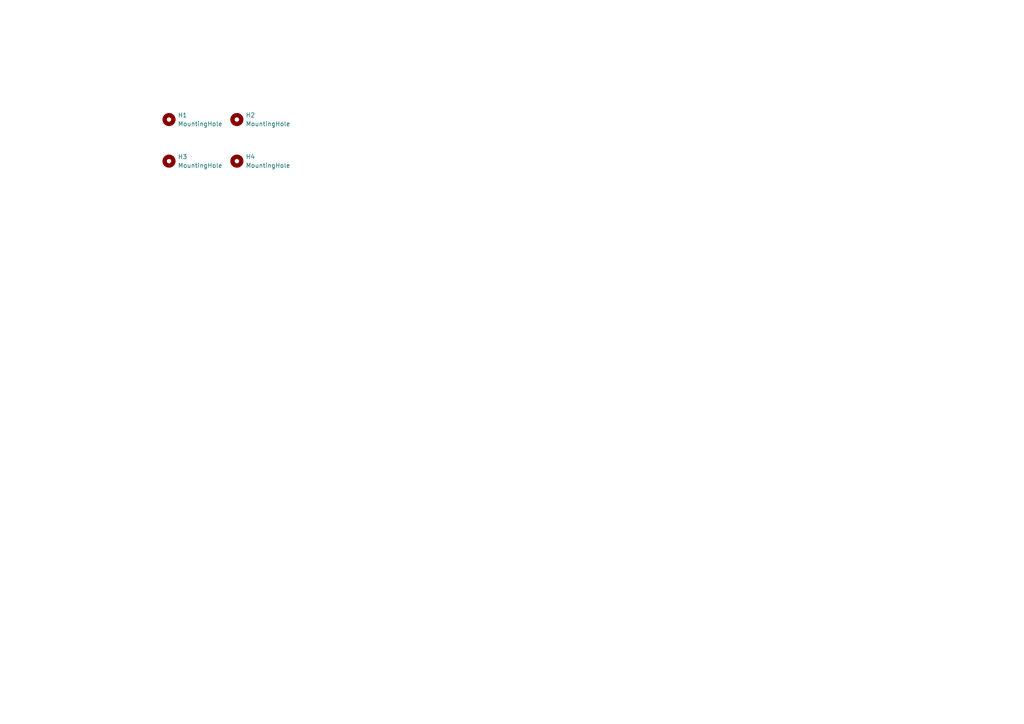
<source format=kicad_sch>
(kicad_sch (version 20230121) (generator eeschema)
  (paper "A4")
  (lib_symbols
    (symbol "Mechanical:MountingHole" (pin_names (offset 1.016))
      (property "Reference" "H" (at 0 5.08 0))
      (property "Value" "MountingHole" (at 0 3.175 0))
      (symbol "MountingHole_0_1"
        (circle (center 0 0) (radius 1.27) (stroke (width 1.27)))
      )
    )
  )
  (symbol (lib_id "Mechanical:MountingHole") (at 68.707 34.671 0) (unit 1)
    (property "Reference" "H2" (at 71.247 33.401 0) (effects (justify left)))
    (property "Value" "MountingHole" (at 71.247 35.941 0) (effects (justify left)))
    (property "Footprint" "MountingHole:MountingHole_3.2mm_M3_ISO7380" (effects hide))
  )
  (symbol (lib_id "Mechanical:MountingHole") (at 49.022 46.736 0) (unit 1)
    (property "Reference" "H3" (at 51.562 45.466 0) (effects (justify left)))
    (property "Value" "MountingHole" (at 51.562 48.006 0) (effects (justify left)))
    (property "Footprint" "MountingHole:MountingHole_3.2mm_M3_ISO7380" (effects hide))
  )
  (symbol (lib_id "Mechanical:MountingHole") (at 68.707 46.736 0) (unit 1)
    (property "Reference" "H4" (at 71.247 45.466 0) (effects (justify left)))
    (property "Value" "MountingHole" (at 71.247 48.006 0) (effects (justify left)))
    (property "Footprint" "MountingHole:MountingHole_3.2mm_M3_ISO7380" (effects hide))
  )
  (symbol (lib_id "Mechanical:MountingHole") (at 49.022 34.671 0) (unit 1)
    (property "Reference" "H1" (at 51.562 33.401 0) (effects (justify left)))
    (property "Value" "MountingHole" (at 51.562 35.941 0) (effects (justify left)))
    (property "Footprint" "MountingHole:MountingHole_3.2mm_M3_ISO7380" (effects hide))
  )
)
</source>
